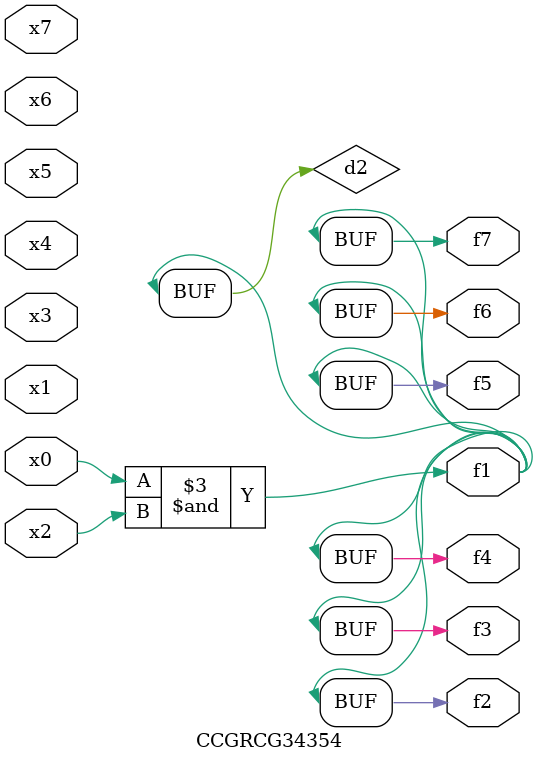
<source format=v>
module CCGRCG34354(
	input x0, x1, x2, x3, x4, x5, x6, x7,
	output f1, f2, f3, f4, f5, f6, f7
);

	wire d1, d2;

	nor (d1, x3, x6);
	and (d2, x0, x2);
	assign f1 = d2;
	assign f2 = d2;
	assign f3 = d2;
	assign f4 = d2;
	assign f5 = d2;
	assign f6 = d2;
	assign f7 = d2;
endmodule

</source>
